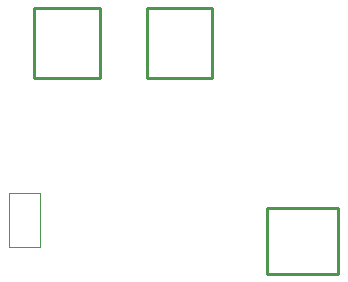
<source format=gbr>
G04 Layer_Color=16711935*
%FSLAX26Y26*%
%MOIN*%
%TF.FileFunction,Other,Mechanical_1*%
%TF.Part,Single*%
G01*
G75*
%TA.AperFunction,NonConductor*%
%ADD23C,0.010000*%
%ADD38C,0.003937*%
D23*
X840945Y1242047D02*
X1059055D01*
X840945Y1478268D02*
X1059055D01*
Y1242047D02*
Y1478268D01*
X840945Y1242047D02*
Y1478268D01*
X1242047Y590945D02*
Y809055D01*
X1478268Y590945D02*
Y809055D01*
X1242047Y590945D02*
X1478268D01*
X1242047Y809055D02*
X1478268D01*
X465945Y1242047D02*
X684055D01*
X465945Y1478268D02*
X684055D01*
Y1242047D02*
Y1478268D01*
X465945Y1242047D02*
Y1478268D01*
D38*
X483819Y680449D02*
Y861551D01*
X381457Y680449D02*
Y861551D01*
X483819D01*
X381457Y680449D02*
X483819D01*
%TF.MD5,462871bf125651c62fbcd1d71d93f117*%
M02*

</source>
